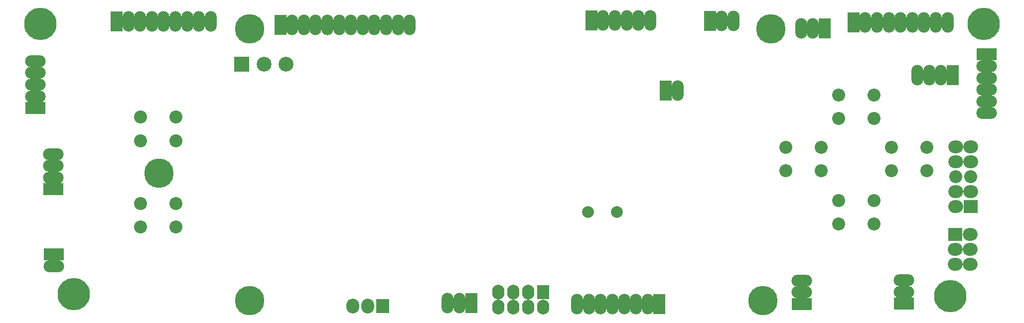
<source format=gbs>
G04 (created by PCBNEW-RS274X (2011-07-08 BZR 3044)-stable) date 12/10/2011 23:54:17*
G01*
G70*
G90*
%MOIN*%
G04 Gerber Fmt 3.4, Leading zero omitted, Abs format*
%FSLAX34Y34*%
G04 APERTURE LIST*
%ADD10C,0.020000*%
%ADD11O,0.079100X0.138100*%
%ADD12R,0.079100X0.138100*%
%ADD13C,0.086900*%
%ADD14R,0.094800X0.086900*%
%ADD15O,0.098700X0.086900*%
%ADD16R,0.083000X0.094800*%
%ADD17O,0.083000X0.098700*%
%ADD18C,0.197200*%
%ADD19C,0.216900*%
%ADD20O,0.138100X0.079100*%
%ADD21R,0.138100X0.079100*%
%ADD22C,0.079100*%
%ADD23R,0.098700X0.098700*%
%ADD24C,0.098700*%
%ADD25R,0.086900X0.094800*%
%ADD26O,0.086900X0.098700*%
G04 APERTURE END LIST*
G54D10*
G54D11*
X20162Y-13260D03*
X19375Y-13260D03*
G54D12*
X18587Y-13260D03*
G54D11*
X20949Y-13260D03*
X21737Y-13260D03*
X22524Y-13260D03*
X23311Y-13260D03*
X24098Y-13260D03*
X24886Y-13260D03*
G54D13*
X66890Y-26850D03*
X66890Y-25276D03*
X69252Y-26850D03*
X69252Y-25276D03*
X72795Y-21693D03*
X72795Y-23267D03*
X70433Y-21693D03*
X70433Y-23267D03*
X69252Y-18189D03*
X69252Y-19763D03*
X66890Y-18189D03*
X66890Y-19763D03*
X65709Y-21693D03*
X65709Y-23267D03*
X63347Y-21693D03*
X63347Y-23267D03*
X20197Y-21259D03*
X20197Y-19685D03*
X22559Y-21259D03*
X22559Y-19685D03*
X20197Y-27047D03*
X20197Y-25473D03*
X22559Y-27047D03*
X22559Y-25473D03*
G54D14*
X75736Y-25671D03*
G54D15*
X74736Y-25671D03*
X75736Y-24671D03*
X74736Y-24671D03*
G54D13*
X75736Y-23671D03*
X74736Y-23671D03*
G54D15*
X75736Y-22671D03*
X74736Y-22671D03*
X75736Y-21671D03*
X74736Y-21671D03*
G54D14*
X74697Y-27553D03*
G54D15*
X75697Y-27553D03*
X74697Y-28553D03*
X75697Y-28553D03*
X74697Y-29553D03*
X75697Y-29553D03*
G54D16*
X47130Y-31394D03*
G54D17*
X47130Y-32394D03*
X46130Y-31394D03*
X46130Y-32394D03*
X45130Y-31394D03*
X45130Y-32394D03*
X44130Y-31394D03*
X44130Y-32394D03*
G54D18*
X62362Y-13780D03*
G54D19*
X76575Y-13425D03*
G54D18*
X61811Y-31969D03*
G54D19*
X74370Y-31654D03*
G54D18*
X27480Y-31969D03*
G54D19*
X15709Y-31535D03*
G54D18*
X21417Y-23425D03*
G54D19*
X13504Y-13425D03*
G54D18*
X27480Y-13780D03*
G54D11*
X59858Y-13236D03*
X59071Y-13236D03*
G54D12*
X58283Y-13236D03*
G54D11*
X51925Y-13216D03*
X51138Y-13216D03*
G54D12*
X50350Y-13216D03*
G54D11*
X52712Y-13216D03*
X53500Y-13216D03*
X54287Y-13216D03*
X69454Y-13331D03*
X68667Y-13331D03*
G54D12*
X67879Y-13331D03*
G54D11*
X70241Y-13331D03*
X71029Y-13331D03*
X71816Y-13331D03*
X72603Y-13331D03*
X73390Y-13331D03*
X74178Y-13331D03*
G54D20*
X76795Y-17055D03*
X76795Y-16268D03*
G54D21*
X76795Y-15480D03*
G54D20*
X76795Y-17842D03*
X76795Y-18630D03*
X76795Y-19417D03*
G54D11*
X31114Y-13520D03*
X30326Y-13520D03*
G54D12*
X29539Y-13520D03*
G54D11*
X31901Y-13520D03*
X32689Y-13520D03*
X33476Y-13520D03*
X34263Y-13520D03*
X35051Y-13520D03*
X35838Y-13520D03*
X36626Y-13520D03*
X37413Y-13520D03*
X38200Y-13520D03*
G54D20*
X13142Y-17504D03*
X13142Y-18291D03*
G54D21*
X13142Y-19079D03*
G54D20*
X13142Y-16717D03*
X13142Y-15929D03*
X14399Y-29654D03*
G54D21*
X14399Y-28866D03*
G54D20*
X71252Y-30611D03*
X71252Y-31398D03*
G54D21*
X71252Y-32186D03*
G54D20*
X64413Y-30626D03*
X64413Y-31413D03*
G54D21*
X64413Y-32201D03*
G54D11*
X72945Y-16882D03*
X73732Y-16882D03*
G54D12*
X74520Y-16882D03*
G54D11*
X72158Y-16882D03*
X53326Y-32201D03*
X54113Y-32201D03*
G54D12*
X54901Y-32201D03*
G54D11*
X52539Y-32201D03*
X51751Y-32201D03*
X50964Y-32201D03*
X50177Y-32201D03*
X49390Y-32201D03*
X56107Y-17912D03*
G54D12*
X55319Y-17912D03*
G54D22*
X50133Y-26035D03*
X52055Y-26035D03*
G54D11*
X64374Y-13721D03*
X65161Y-13721D03*
G54D12*
X65949Y-13721D03*
G54D20*
X14342Y-22945D03*
X14342Y-23732D03*
G54D21*
X14342Y-24520D03*
G54D20*
X14342Y-22158D03*
G54D11*
X40733Y-32134D03*
X41520Y-32134D03*
G54D12*
X42308Y-32134D03*
G54D23*
X26965Y-16150D03*
G54D24*
X28441Y-16150D03*
X29917Y-16150D03*
G54D25*
X36398Y-32335D03*
G54D26*
X35398Y-32335D03*
X34398Y-32335D03*
M02*

</source>
